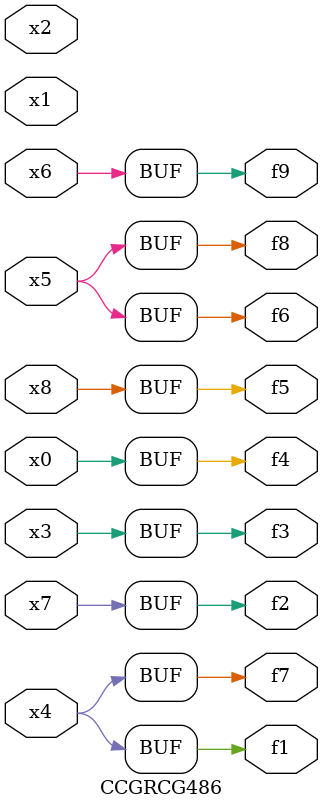
<source format=v>
module CCGRCG486(
	input x0, x1, x2, x3, x4, x5, x6, x7, x8,
	output f1, f2, f3, f4, f5, f6, f7, f8, f9
);
	assign f1 = x4;
	assign f2 = x7;
	assign f3 = x3;
	assign f4 = x0;
	assign f5 = x8;
	assign f6 = x5;
	assign f7 = x4;
	assign f8 = x5;
	assign f9 = x6;
endmodule

</source>
